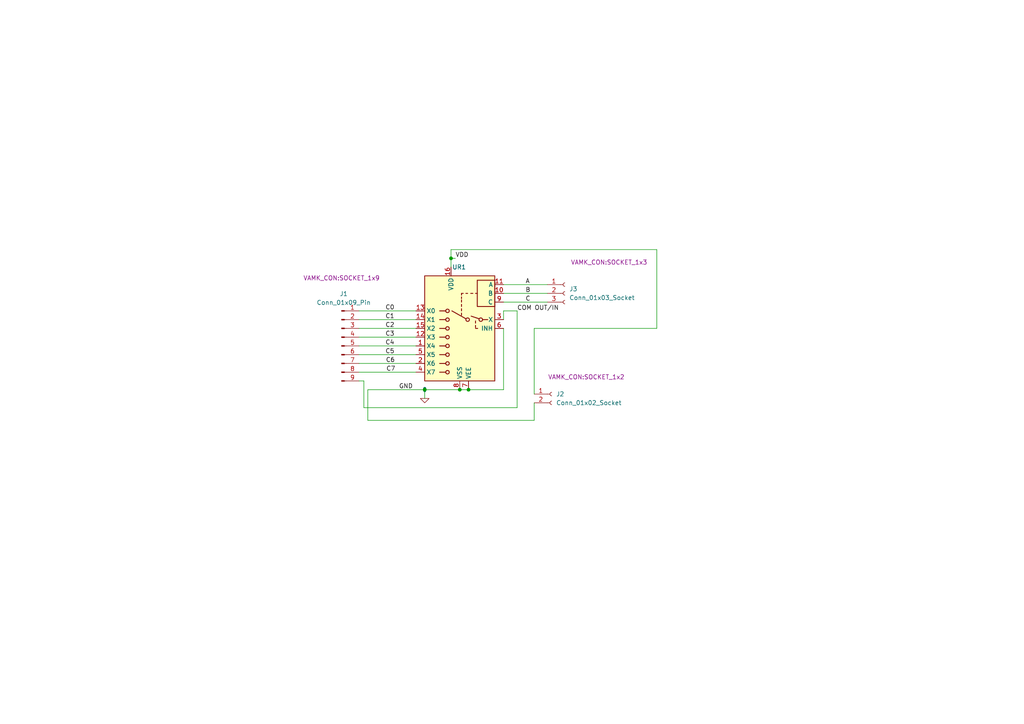
<source format=kicad_sch>
(kicad_sch (version 20230121) (generator eeschema)
  (paper "A4")
  (lib_symbols
    (symbol "Analog_Switch:CD4051B"
      (property "Reference" "U" (at -10.16 16.51 0))
      (property "Value" "CD4051B" (at 3.81 16.51 0))
      (symbol "CD4051B_0_1"
        (rectangle (start -10.16 6.35) (end -5.08 13.97) (stroke (width 0.254)))
        (rectangle (start -10.16 15.24) (end 10.16 -15.24) (stroke (width 0.254)) (fill (type background)))
        (circle (center -6.096 2.54) (radius 0.508) (stroke (width 0.254)))
        (circle (center -2.286 2.54) (radius 0.508) (stroke (width 0.254)))
        (polyline (pts (xy -8.128 2.54) (xy -6.604 2.54)) (stroke (width 0.254)))
        (polyline (pts (xy -5.588 2.794) (xy -3.302 3.556)) (stroke (width 0.254)))
        (polyline (pts (xy -4.572 0) (xy -5.207 0)) (stroke (width 0.254)))
        (polyline (pts (xy -4.572 0.254) (xy -4.572 0.889)) (stroke (width 0.254)))
        (polyline (pts (xy -4.572 1.524) (xy -4.572 2.159)) (stroke (width 0.254)))
        (polyline (pts (xy -4.572 10.16) (xy -5.08 10.16)) (stroke (width 0.254)))
        (polyline (pts (xy -3.81 10.16) (xy -3.175 10.16)) (stroke (width 0.254)))
        (polyline (pts (xy -1.778 2.794) (xy 2.286 5.08)) (stroke (width 0.254)))
        (polyline (pts (xy -1.778 10.16) (xy -2.286 10.16)) (stroke (width 0.254)))
        (polyline (pts (xy -0.508 3.81) (xy -0.508 4.445)) (stroke (width 0.254)))
        (polyline (pts (xy -0.508 5.08) (xy -0.508 5.715)) (stroke (width 0.254)))
        (polyline (pts (xy -0.508 6.35) (xy -0.508 6.985)) (stroke (width 0.254)))
        (polyline (pts (xy -0.508 7.62) (xy -0.508 8.255)) (stroke (width 0.254)))
        (polyline (pts (xy -0.508 8.636) (xy -0.508 9.144)) (stroke (width 0.254)))
        (polyline (pts (xy -0.508 9.652) (xy -0.508 10.16)) (stroke (width 0.254)))
        (polyline (pts (xy -0.508 10.16) (xy -1.016 10.16)) (stroke (width 0.254)))
        (polyline (pts (xy 4.064 -12.7) (xy 5.842 -12.7)) (stroke (width 0.254)))
        (polyline (pts (xy 4.064 -10.16) (xy 5.842 -10.16)) (stroke (width 0.254)))
        (polyline (pts (xy 4.064 -7.62) (xy 5.842 -7.62)) (stroke (width 0.254)))
        (polyline (pts (xy 4.064 -5.08) (xy 5.842 -5.08)) (stroke (width 0.254)))
        (polyline (pts (xy 4.064 -2.54) (xy 5.842 -2.54)) (stroke (width 0.254)))
        (polyline (pts (xy 4.064 0) (xy 5.842 0)) (stroke (width 0.254)))
        (polyline (pts (xy 4.064 2.54) (xy 5.842 2.54)) (stroke (width 0.254)))
        (polyline (pts (xy 4.064 5.08) (xy 5.842 5.08)) (stroke (width 0.254)))
        (circle (center 3.556 -12.7) (radius 0.508) (stroke (width 0.254)))
        (circle (center 3.556 -10.16) (radius 0.508) (stroke (width 0.254)))
        (circle (center 3.556 -7.62) (radius 0.508) (stroke (width 0.254)))
        (circle (center 3.556 -5.08) (radius 0.508) (stroke (width 0.254)))
        (circle (center 3.556 -2.54) (radius 0.508) (stroke (width 0.254)))
        (circle (center 3.556 0) (radius 0.508) (stroke (width 0.254)))
        (circle (center 3.556 2.54) (radius 0.508) (stroke (width 0.254)))
        (circle (center 3.556 5.08) (radius 0.508) (stroke (width 0.254)))
      )
      (symbol "CD4051B_1_1"
        (pin bidirectional line (at 12.7 -5.08 180) (length 2.54) (name "X4") (number "1"))
        (pin input line (at -12.7 10.16 0) (length 2.54) (name "B") (number "10"))
        (pin input line (at -12.7 12.7 0) (length 2.54) (name "A") (number "11"))
        (pin bidirectional line (at 12.7 -2.54 180) (length 2.54) (name "X3") (number "12"))
        (pin bidirectional line (at 12.7 5.08 180) (length 2.54) (name "X0") (number "13"))
        (pin bidirectional line (at 12.7 2.54 180) (length 2.54) (name "X1") (number "14"))
        (pin bidirectional line (at 12.7 0 180) (length 2.54) (name "X2") (number "15"))
        (pin power_in line (at 2.54 17.78 270) (length 2.54) (name "VDD") (number "16"))
        (pin bidirectional line (at 12.7 -10.16 180) (length 2.54) (name "X6") (number "2"))
        (pin bidirectional line (at -12.7 2.54 0) (length 2.54) (name "X") (number "3"))
        (pin bidirectional line (at 12.7 -12.7 180) (length 2.54) (name "X7") (number "4"))
        (pin bidirectional line (at 12.7 -7.62 180) (length 2.54) (name "X5") (number "5"))
        (pin input line (at -12.7 0 0) (length 2.54) (name "INH") (number "6"))
        (pin power_in line (at -2.54 -17.78 90) (length 2.54) (name "VEE") (number "7"))
        (pin power_in line (at 0 -17.78 90) (length 2.54) (name "VSS") (number "8"))
        (pin input line (at -12.7 7.62 0) (length 2.54) (name "C") (number "9"))
      )
    )
    (symbol "Connector:Conn_01x02_Socket" (pin_names (offset 1.016) hide)
      (property "Reference" "J" (at 0 2.54 0))
      (property "Value" "Conn_01x02_Socket" (at 0 -5.08 0))
      (symbol "Conn_01x02_Socket_1_1"
        (arc (start 0 -2.032) (mid -0.5058 -2.54) (end 0 -3.048) (stroke (width 0.1524)))
        (polyline (pts (xy -1.27 -2.54) (xy -0.508 -2.54)) (stroke (width 0.1524)))
        (polyline (pts (xy -1.27 0) (xy -0.508 0)) (stroke (width 0.1524)))
        (arc (start 0 0.508) (mid -0.5058 0) (end 0 -0.508) (stroke (width 0.1524)))
        (pin passive line (at -5.08 0 0) (length 3.81) (name "Pin_1") (number "1"))
        (pin passive line (at -5.08 -2.54 0) (length 3.81) (name "Pin_2") (number "2"))
      )
    )
    (symbol "Connector:Conn_01x03_Socket" (pin_names (offset 1.016) hide)
      (property "Reference" "J" (at 0 5.08 0))
      (property "Value" "Conn_01x03_Socket" (at 0 -5.08 0))
      (symbol "Conn_01x03_Socket_1_1"
        (arc (start 0 -2.032) (mid -0.5058 -2.54) (end 0 -3.048) (stroke (width 0.1524)))
        (polyline (pts (xy -1.27 -2.54) (xy -0.508 -2.54)) (stroke (width 0.1524)))
        (polyline (pts (xy -1.27 0) (xy -0.508 0)) (stroke (width 0.1524)))
        (polyline (pts (xy -1.27 2.54) (xy -0.508 2.54)) (stroke (width 0.1524)))
        (arc (start 0 0.508) (mid -0.5058 0) (end 0 -0.508) (stroke (width 0.1524)))
        (arc (start 0 3.048) (mid -0.5058 2.54) (end 0 2.032) (stroke (width 0.1524)))
        (pin passive line (at -5.08 2.54 0) (length 3.81) (name "Pin_1") (number "1"))
        (pin passive line (at -5.08 0 0) (length 3.81) (name "Pin_2") (number "2"))
        (pin passive line (at -5.08 -2.54 0) (length 3.81) (name "Pin_3") (number "3"))
      )
    )
    (symbol "Connector:Conn_01x09_Pin" (pin_names (offset 1.016) hide)
      (property "Reference" "J" (at 0 12.7 0))
      (property "Value" "Conn_01x09_Pin" (at 0 -12.7 0))
      (symbol "Conn_01x09_Pin_1_1"
        (polyline (pts (xy 1.27 -10.16) (xy 0.8636 -10.16)) (stroke (width 0.1524)))
        (polyline (pts (xy 1.27 -7.62) (xy 0.8636 -7.62)) (stroke (width 0.1524)))
        (polyline (pts (xy 1.27 -5.08) (xy 0.8636 -5.08)) (stroke (width 0.1524)))
        (polyline (pts (xy 1.27 -2.54) (xy 0.8636 -2.54)) (stroke (width 0.1524)))
        (polyline (pts (xy 1.27 0) (xy 0.8636 0)) (stroke (width 0.1524)))
        (polyline (pts (xy 1.27 2.54) (xy 0.8636 2.54)) (stroke (width 0.1524)))
        (polyline (pts (xy 1.27 5.08) (xy 0.8636 5.08)) (stroke (width 0.1524)))
        (polyline (pts (xy 1.27 7.62) (xy 0.8636 7.62)) (stroke (width 0.1524)))
        (polyline (pts (xy 1.27 10.16) (xy 0.8636 10.16)) (stroke (width 0.1524)))
        (rectangle (start 0.8636 -10.033) (end 0 -10.287) (stroke (width 0.1524)) (fill (type outline)))
        (rectangle (start 0.8636 -7.493) (end 0 -7.747) (stroke (width 0.1524)) (fill (type outline)))
        (rectangle (start 0.8636 -4.953) (end 0 -5.207) (stroke (width 0.1524)) (fill (type outline)))
        (rectangle (start 0.8636 -2.413) (end 0 -2.667) (stroke (width 0.1524)) (fill (type outline)))
        (rectangle (start 0.8636 0.127) (end 0 -0.127) (stroke (width 0.1524)) (fill (type outline)))
        (rectangle (start 0.8636 2.667) (end 0 2.413) (stroke (width 0.1524)) (fill (type outline)))
        (rectangle (start 0.8636 5.207) (end 0 4.953) (stroke (width 0.1524)) (fill (type outline)))
        (rectangle (start 0.8636 7.747) (end 0 7.493) (stroke (width 0.1524)) (fill (type outline)))
        (rectangle (start 0.8636 10.287) (end 0 10.033) (stroke (width 0.1524)) (fill (type outline)))
        (pin passive line (at 5.08 10.16 180) (length 3.81) (name "Pin_1") (number "1"))
        (pin passive line (at 5.08 7.62 180) (length 3.81) (name "Pin_2") (number "2"))
        (pin passive line (at 5.08 5.08 180) (length 3.81) (name "Pin_3") (number "3"))
        (pin passive line (at 5.08 2.54 180) (length 3.81) (name "Pin_4") (number "4"))
        (pin passive line (at 5.08 0 180) (length 3.81) (name "Pin_5") (number "5"))
        (pin passive line (at 5.08 -2.54 180) (length 3.81) (name "Pin_6") (number "6"))
        (pin passive line (at 5.08 -5.08 180) (length 3.81) (name "Pin_7") (number "7"))
        (pin passive line (at 5.08 -7.62 180) (length 3.81) (name "Pin_8") (number "8"))
        (pin passive line (at 5.08 -10.16 180) (length 3.81) (name "Pin_9") (number "9"))
      )
    )
    (symbol "Simulation_SPICE:0" (power) (pin_names (offset 0))
      (property "Value" "0" (at 0 -1.778 0))
      (symbol "0_0_1"
        (polyline (pts (xy -1.27 0) (xy 0 -1.27) (xy 1.27 0) (xy -1.27 0)))
      )
      (symbol "0_1_1"
        (pin power_in line (at 0 0 0) (length 0) hide (name "0") (number "1"))
      )
    )
  )
  (junction (at 130.81 74.93))
  (junction (at 135.89 113.03))
  (junction (at 123.19 113.03))
  (junction (at 133.35 113.03))
  (wire (pts (xy 154.94 121.92) (xy 106.68 121.92)))
  (wire (pts (xy 146.05 90.17) (xy 149.987 90.17)))
  (wire (pts (xy 104.14 92.71) (xy 120.65 92.71)))
  (wire (pts (xy 105.537 118.237) (xy 105.537 110.49)))
  (wire (pts (xy 106.68 121.92) (xy 106.68 113.03)))
  (wire (pts (xy 190.5 95.25) (xy 190.5 72.39)))
  (wire (pts (xy 104.14 102.87) (xy 120.65 102.87)))
  (wire (pts (xy 104.14 95.25) (xy 120.65 95.25)))
  (wire (pts (xy 154.94 95.25) (xy 190.5 95.25)))
  (wire (pts (xy 130.81 74.93) (xy 132.08 74.93)))
  (wire (pts (xy 104.14 97.79) (xy 120.65 97.79)))
  (wire (pts (xy 123.19 113.03) (xy 123.19 115.57)))
  (wire (pts (xy 154.94 114.3) (xy 154.94 95.25)))
  (wire (pts (xy 133.35 113.03) (xy 135.89 113.03)))
  (wire (pts (xy 146.05 85.09) (xy 158.75 85.09)))
  (wire (pts (xy 104.14 100.33) (xy 120.65 100.33)))
  (wire (pts (xy 149.987 90.17) (xy 149.987 118.237)))
  (wire (pts (xy 146.05 113.03) (xy 135.89 113.03)))
  (wire (pts (xy 190.5 72.39) (xy 130.81 72.39)))
  (wire (pts (xy 106.68 113.03) (xy 123.19 113.03)))
  (wire (pts (xy 130.81 72.39) (xy 130.81 74.93)))
  (wire (pts (xy 149.987 118.237) (xy 105.537 118.237)))
  (wire (pts (xy 123.19 113.03) (xy 133.35 113.03)))
  (wire (pts (xy 146.05 92.71) (xy 146.05 90.17)))
  (wire (pts (xy 104.14 90.17) (xy 120.65 90.17)))
  (wire (pts (xy 154.94 116.84) (xy 154.94 121.92)))
  (wire (pts (xy 146.05 95.25) (xy 146.05 113.03)))
  (wire (pts (xy 130.81 74.93) (xy 130.81 77.47)))
  (wire (pts (xy 104.14 107.95) (xy 120.65 107.95)))
  (wire (pts (xy 146.05 82.55) (xy 158.75 82.55)))
  (wire (pts (xy 104.14 110.49) (xy 105.537 110.49)))
  (wire (pts (xy 104.14 105.41) (xy 120.65 105.41)))
  (wire (pts (xy 146.05 87.63) (xy 158.75 87.63)))
  (label "C4" (at 111.76 100.33 0))
  (label "C0" (at 111.76 90.17 0))
  (label "C2" (at 111.76 95.25 0))
  (label "C6" (at 111.887 105.41 0))
  (label "C" (at 152.4 87.63 0))
  (label "C3" (at 111.76 97.79 0))
  (label "B" (at 152.4 85.09 0))
  (label "GND" (at 115.697 113.03 0))
  (label "C5" (at 111.76 102.87 0))
  (label "A" (at 152.4 82.55 0))
  (label "VDD" (at 132.08 74.93 0))
  (label "C7" (at 112.014 107.95 0))
  (label "C1" (at 111.76 92.71 0))
  (label "COM OUT{slash}IN" (at 149.987 90.297 0))
  (symbol (lib_id "Simulation_SPICE:0") (at 123.19 115.57 0) (unit 1)
    (property "Reference" "#GND01" (effects hide))
    (property "Value" "0" (at 123.19 113.03 0))
  )
  (symbol (lib_id "Connector:Conn_01x09_Pin") (at 99.06 100.33 0) (unit 1)
    (property "Reference" "J1" (at 99.695 85.217 0))
    (property "Value" "Conn_01x09_Pin" (at 99.695 87.757 0))
    (property "Footprint" "VAMK_CON:SOCKET_1x9" (at 99.06 80.645 0))
  )
  (symbol (lib_id "Analog_Switch:CD4051B") (at 133.35 95.25 0) (mirror y) (unit 1)
    (property "Reference" "UR1" (at 131.1559 77.47 0) (effects (justify right)))
    (property "Value" "CD4051B" (effects hide))
    (property "Footprint" "Package_DIP:DIP-16_W10.16mm" (effects hide))
    (property "Datasheet" "http://www.ti.com/lit/ds/symlink/cd4052b.pdf" (effects hide))
  )
  (symbol (lib_id "Connector:Conn_01x03_Socket") (at 163.83 85.09 0) (unit 1)
    (property "Reference" "J3" (at 165.1 83.82 0) (effects (justify left)))
    (property "Value" "Conn_01x03_Socket" (at 165.1 86.36 0) (effects (justify left)))
    (property "Footprint" "VAMK_CON:SOCKET_1x3" (at 176.657 76.073 0))
  )
  (symbol (lib_id "Connector:Conn_01x02_Socket") (at 160.02 114.3 0) (unit 1)
    (property "Reference" "J2" (at 161.29 114.3 0) (effects (justify left)))
    (property "Value" "Conn_01x02_Socket" (at 161.29 116.84 0) (effects (justify left)))
    (property "Footprint" "VAMK_CON:SOCKET_1x2" (at 170.053 109.347 0))
  )
)
</source>
